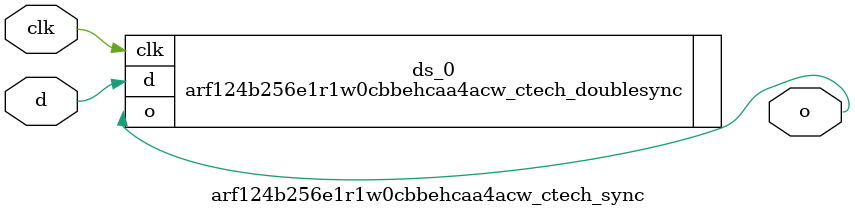
<source format=sv>

`ifndef ARF124B256E1R1W0CBBEHCAA4ACW_CTECH_SYNC_SV
`define ARF124B256E1R1W0CBBEHCAA4ACW_CTECH_SYNC_SV

module arf124b256e1r1w0cbbehcaa4acw_ctech_sync (
  input  logic  clk,
  input  logic  d,

  output logic  o
);

  arf124b256e1r1w0cbbehcaa4acw_ctech_doublesync ds_0 (.o(o), .d(d), .clk(clk));

endmodule // arf124b256e1r1w0cbbehcaa4acw_ctech_sync

`endif // ARF124B256E1R1W0CBBEHCAA4ACW_CTECH_SYNC_SV
</source>
